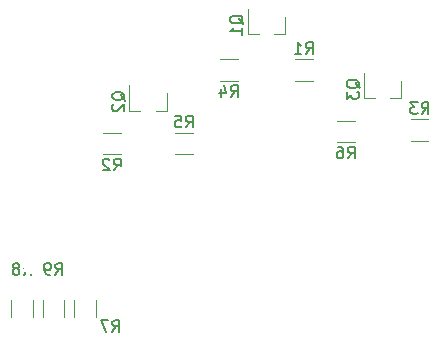
<source format=gbo>
G04 #@! TF.GenerationSoftware,KiCad,Pcbnew,(5.1.7)-1*
G04 #@! TF.CreationDate,2021-05-02T01:56:36-07:00*
G04 #@! TF.ProjectId,computer_rgb_controller,636f6d70-7574-4657-925f-7267625f636f,rev?*
G04 #@! TF.SameCoordinates,Original*
G04 #@! TF.FileFunction,Legend,Bot*
G04 #@! TF.FilePolarity,Positive*
%FSLAX46Y46*%
G04 Gerber Fmt 4.6, Leading zero omitted, Abs format (unit mm)*
G04 Created by KiCad (PCBNEW (5.1.7)-1) date 2021-05-02 01:56:36*
%MOMM*%
%LPD*%
G01*
G04 APERTURE LIST*
%ADD10C,0.120000*%
%ADD11C,0.150000*%
%ADD12C,2.200000*%
%ADD13R,2.000000X2.000000*%
%ADD14C,2.000000*%
%ADD15R,1.700000X1.700000*%
%ADD16O,1.700000X1.700000*%
%ADD17R,3.000000X3.000000*%
%ADD18C,3.000000*%
%ADD19R,0.800000X0.900000*%
%ADD20O,8.000000X2.000000*%
%ADD21C,1.200000*%
%ADD22C,1.700000*%
G04 APERTURE END LIST*
D10*
X105085000Y-47115000D02*
X104155000Y-47115000D01*
X101925000Y-47115000D02*
X102855000Y-47115000D01*
X101925000Y-47115000D02*
X101925000Y-44955000D01*
X105085000Y-47115000D02*
X105085000Y-45655000D01*
X95052000Y-53592000D02*
X95052000Y-52132000D01*
X91892000Y-53592000D02*
X91892000Y-51432000D01*
X91892000Y-53592000D02*
X92822000Y-53592000D01*
X95052000Y-53592000D02*
X94122000Y-53592000D01*
X114930000Y-52560000D02*
X114000000Y-52560000D01*
X111770000Y-52560000D02*
X112700000Y-52560000D01*
X111770000Y-52560000D02*
X111770000Y-50400000D01*
X114930000Y-52560000D02*
X114930000Y-51100000D01*
X107407064Y-49255000D02*
X105952936Y-49255000D01*
X107407064Y-51075000D02*
X105952936Y-51075000D01*
X89696936Y-55478000D02*
X91151064Y-55478000D01*
X89696936Y-57298000D02*
X91151064Y-57298000D01*
X117212064Y-56155000D02*
X115757936Y-56155000D01*
X117212064Y-54335000D02*
X115757936Y-54335000D01*
X99602936Y-49255000D02*
X101057064Y-49255000D01*
X99602936Y-51075000D02*
X101057064Y-51075000D01*
X97247064Y-55478000D02*
X95792936Y-55478000D01*
X97247064Y-57298000D02*
X95792936Y-57298000D01*
X109508936Y-56282000D02*
X110963064Y-56282000D01*
X109508936Y-54462000D02*
X110963064Y-54462000D01*
X87228000Y-69630936D02*
X87228000Y-71085064D01*
X89048000Y-69630936D02*
X89048000Y-71085064D01*
X83714000Y-69604936D02*
X83714000Y-71059064D01*
X81894000Y-69604936D02*
X81894000Y-71059064D01*
X84561000Y-69630936D02*
X84561000Y-71085064D01*
X86381000Y-69630936D02*
X86381000Y-71085064D01*
D11*
X101552619Y-46259761D02*
X101505000Y-46164523D01*
X101409761Y-46069285D01*
X101266904Y-45926428D01*
X101219285Y-45831190D01*
X101219285Y-45735952D01*
X101457380Y-45783571D02*
X101409761Y-45688333D01*
X101314523Y-45593095D01*
X101124047Y-45545476D01*
X100790714Y-45545476D01*
X100600238Y-45593095D01*
X100505000Y-45688333D01*
X100457380Y-45783571D01*
X100457380Y-45974047D01*
X100505000Y-46069285D01*
X100600238Y-46164523D01*
X100790714Y-46212142D01*
X101124047Y-46212142D01*
X101314523Y-46164523D01*
X101409761Y-46069285D01*
X101457380Y-45974047D01*
X101457380Y-45783571D01*
X101457380Y-47164523D02*
X101457380Y-46593095D01*
X101457380Y-46878809D02*
X100457380Y-46878809D01*
X100600238Y-46783571D01*
X100695476Y-46688333D01*
X100743095Y-46593095D01*
X91519619Y-52736761D02*
X91472000Y-52641523D01*
X91376761Y-52546285D01*
X91233904Y-52403428D01*
X91186285Y-52308190D01*
X91186285Y-52212952D01*
X91424380Y-52260571D02*
X91376761Y-52165333D01*
X91281523Y-52070095D01*
X91091047Y-52022476D01*
X90757714Y-52022476D01*
X90567238Y-52070095D01*
X90472000Y-52165333D01*
X90424380Y-52260571D01*
X90424380Y-52451047D01*
X90472000Y-52546285D01*
X90567238Y-52641523D01*
X90757714Y-52689142D01*
X91091047Y-52689142D01*
X91281523Y-52641523D01*
X91376761Y-52546285D01*
X91424380Y-52451047D01*
X91424380Y-52260571D01*
X90519619Y-53070095D02*
X90472000Y-53117714D01*
X90424380Y-53212952D01*
X90424380Y-53451047D01*
X90472000Y-53546285D01*
X90519619Y-53593904D01*
X90614857Y-53641523D01*
X90710095Y-53641523D01*
X90852952Y-53593904D01*
X91424380Y-53022476D01*
X91424380Y-53641523D01*
X111397619Y-51704761D02*
X111350000Y-51609523D01*
X111254761Y-51514285D01*
X111111904Y-51371428D01*
X111064285Y-51276190D01*
X111064285Y-51180952D01*
X111302380Y-51228571D02*
X111254761Y-51133333D01*
X111159523Y-51038095D01*
X110969047Y-50990476D01*
X110635714Y-50990476D01*
X110445238Y-51038095D01*
X110350000Y-51133333D01*
X110302380Y-51228571D01*
X110302380Y-51419047D01*
X110350000Y-51514285D01*
X110445238Y-51609523D01*
X110635714Y-51657142D01*
X110969047Y-51657142D01*
X111159523Y-51609523D01*
X111254761Y-51514285D01*
X111302380Y-51419047D01*
X111302380Y-51228571D01*
X110302380Y-51990476D02*
X110302380Y-52609523D01*
X110683333Y-52276190D01*
X110683333Y-52419047D01*
X110730952Y-52514285D01*
X110778571Y-52561904D01*
X110873809Y-52609523D01*
X111111904Y-52609523D01*
X111207142Y-52561904D01*
X111254761Y-52514285D01*
X111302380Y-52419047D01*
X111302380Y-52133333D01*
X111254761Y-52038095D01*
X111207142Y-51990476D01*
X106846666Y-48797380D02*
X107180000Y-48321190D01*
X107418095Y-48797380D02*
X107418095Y-47797380D01*
X107037142Y-47797380D01*
X106941904Y-47845000D01*
X106894285Y-47892619D01*
X106846666Y-47987857D01*
X106846666Y-48130714D01*
X106894285Y-48225952D01*
X106941904Y-48273571D01*
X107037142Y-48321190D01*
X107418095Y-48321190D01*
X105894285Y-48797380D02*
X106465714Y-48797380D01*
X106180000Y-48797380D02*
X106180000Y-47797380D01*
X106275238Y-47940238D01*
X106370476Y-48035476D01*
X106465714Y-48083095D01*
X90590666Y-58660380D02*
X90924000Y-58184190D01*
X91162095Y-58660380D02*
X91162095Y-57660380D01*
X90781142Y-57660380D01*
X90685904Y-57708000D01*
X90638285Y-57755619D01*
X90590666Y-57850857D01*
X90590666Y-57993714D01*
X90638285Y-58088952D01*
X90685904Y-58136571D01*
X90781142Y-58184190D01*
X91162095Y-58184190D01*
X90209714Y-57755619D02*
X90162095Y-57708000D01*
X90066857Y-57660380D01*
X89828761Y-57660380D01*
X89733523Y-57708000D01*
X89685904Y-57755619D01*
X89638285Y-57850857D01*
X89638285Y-57946095D01*
X89685904Y-58088952D01*
X90257333Y-58660380D01*
X89638285Y-58660380D01*
X116651666Y-53877380D02*
X116985000Y-53401190D01*
X117223095Y-53877380D02*
X117223095Y-52877380D01*
X116842142Y-52877380D01*
X116746904Y-52925000D01*
X116699285Y-52972619D01*
X116651666Y-53067857D01*
X116651666Y-53210714D01*
X116699285Y-53305952D01*
X116746904Y-53353571D01*
X116842142Y-53401190D01*
X117223095Y-53401190D01*
X116318333Y-52877380D02*
X115699285Y-52877380D01*
X116032619Y-53258333D01*
X115889761Y-53258333D01*
X115794523Y-53305952D01*
X115746904Y-53353571D01*
X115699285Y-53448809D01*
X115699285Y-53686904D01*
X115746904Y-53782142D01*
X115794523Y-53829761D01*
X115889761Y-53877380D01*
X116175476Y-53877380D01*
X116270714Y-53829761D01*
X116318333Y-53782142D01*
X100496666Y-52437380D02*
X100830000Y-51961190D01*
X101068095Y-52437380D02*
X101068095Y-51437380D01*
X100687142Y-51437380D01*
X100591904Y-51485000D01*
X100544285Y-51532619D01*
X100496666Y-51627857D01*
X100496666Y-51770714D01*
X100544285Y-51865952D01*
X100591904Y-51913571D01*
X100687142Y-51961190D01*
X101068095Y-51961190D01*
X99639523Y-51770714D02*
X99639523Y-52437380D01*
X99877619Y-51389761D02*
X100115714Y-52104047D01*
X99496666Y-52104047D01*
X96686666Y-55020380D02*
X97020000Y-54544190D01*
X97258095Y-55020380D02*
X97258095Y-54020380D01*
X96877142Y-54020380D01*
X96781904Y-54068000D01*
X96734285Y-54115619D01*
X96686666Y-54210857D01*
X96686666Y-54353714D01*
X96734285Y-54448952D01*
X96781904Y-54496571D01*
X96877142Y-54544190D01*
X97258095Y-54544190D01*
X95781904Y-54020380D02*
X96258095Y-54020380D01*
X96305714Y-54496571D01*
X96258095Y-54448952D01*
X96162857Y-54401333D01*
X95924761Y-54401333D01*
X95829523Y-54448952D01*
X95781904Y-54496571D01*
X95734285Y-54591809D01*
X95734285Y-54829904D01*
X95781904Y-54925142D01*
X95829523Y-54972761D01*
X95924761Y-55020380D01*
X96162857Y-55020380D01*
X96258095Y-54972761D01*
X96305714Y-54925142D01*
X110402666Y-57644380D02*
X110736000Y-57168190D01*
X110974095Y-57644380D02*
X110974095Y-56644380D01*
X110593142Y-56644380D01*
X110497904Y-56692000D01*
X110450285Y-56739619D01*
X110402666Y-56834857D01*
X110402666Y-56977714D01*
X110450285Y-57072952D01*
X110497904Y-57120571D01*
X110593142Y-57168190D01*
X110974095Y-57168190D01*
X109545523Y-56644380D02*
X109736000Y-56644380D01*
X109831238Y-56692000D01*
X109878857Y-56739619D01*
X109974095Y-56882476D01*
X110021714Y-57072952D01*
X110021714Y-57453904D01*
X109974095Y-57549142D01*
X109926476Y-57596761D01*
X109831238Y-57644380D01*
X109640761Y-57644380D01*
X109545523Y-57596761D01*
X109497904Y-57549142D01*
X109450285Y-57453904D01*
X109450285Y-57215809D01*
X109497904Y-57120571D01*
X109545523Y-57072952D01*
X109640761Y-57025333D01*
X109831238Y-57025333D01*
X109926476Y-57072952D01*
X109974095Y-57120571D01*
X110021714Y-57215809D01*
X90463666Y-72334380D02*
X90797000Y-71858190D01*
X91035095Y-72334380D02*
X91035095Y-71334380D01*
X90654142Y-71334380D01*
X90558904Y-71382000D01*
X90511285Y-71429619D01*
X90463666Y-71524857D01*
X90463666Y-71667714D01*
X90511285Y-71762952D01*
X90558904Y-71810571D01*
X90654142Y-71858190D01*
X91035095Y-71858190D01*
X90130333Y-71334380D02*
X89463666Y-71334380D01*
X89892238Y-72334380D01*
X82970666Y-67508380D02*
X83304000Y-67032190D01*
X83542095Y-67508380D02*
X83542095Y-66508380D01*
X83161142Y-66508380D01*
X83065904Y-66556000D01*
X83018285Y-66603619D01*
X82970666Y-66698857D01*
X82970666Y-66841714D01*
X83018285Y-66936952D01*
X83065904Y-66984571D01*
X83161142Y-67032190D01*
X83542095Y-67032190D01*
X82399238Y-66936952D02*
X82494476Y-66889333D01*
X82542095Y-66841714D01*
X82589714Y-66746476D01*
X82589714Y-66698857D01*
X82542095Y-66603619D01*
X82494476Y-66556000D01*
X82399238Y-66508380D01*
X82208761Y-66508380D01*
X82113523Y-66556000D01*
X82065904Y-66603619D01*
X82018285Y-66698857D01*
X82018285Y-66746476D01*
X82065904Y-66841714D01*
X82113523Y-66889333D01*
X82208761Y-66936952D01*
X82399238Y-66936952D01*
X82494476Y-66984571D01*
X82542095Y-67032190D01*
X82589714Y-67127428D01*
X82589714Y-67317904D01*
X82542095Y-67413142D01*
X82494476Y-67460761D01*
X82399238Y-67508380D01*
X82208761Y-67508380D01*
X82113523Y-67460761D01*
X82065904Y-67413142D01*
X82018285Y-67317904D01*
X82018285Y-67127428D01*
X82065904Y-67032190D01*
X82113523Y-66984571D01*
X82208761Y-66936952D01*
X85637666Y-67508380D02*
X85971000Y-67032190D01*
X86209095Y-67508380D02*
X86209095Y-66508380D01*
X85828142Y-66508380D01*
X85732904Y-66556000D01*
X85685285Y-66603619D01*
X85637666Y-66698857D01*
X85637666Y-66841714D01*
X85685285Y-66936952D01*
X85732904Y-66984571D01*
X85828142Y-67032190D01*
X86209095Y-67032190D01*
X85161476Y-67508380D02*
X84971000Y-67508380D01*
X84875761Y-67460761D01*
X84828142Y-67413142D01*
X84732904Y-67270285D01*
X84685285Y-67079809D01*
X84685285Y-66698857D01*
X84732904Y-66603619D01*
X84780523Y-66556000D01*
X84875761Y-66508380D01*
X85066238Y-66508380D01*
X85161476Y-66556000D01*
X85209095Y-66603619D01*
X85256714Y-66698857D01*
X85256714Y-66936952D01*
X85209095Y-67032190D01*
X85161476Y-67079809D01*
X85066238Y-67127428D01*
X84875761Y-67127428D01*
X84780523Y-67079809D01*
X84732904Y-67032190D01*
X84685285Y-66936952D01*
%LPC*%
D12*
X154940000Y-70866000D03*
X154940000Y-36830000D03*
X80010000Y-36830000D03*
D13*
X123190000Y-63500000D03*
D14*
X123190000Y-68500000D03*
D13*
X148590000Y-63500000D03*
D14*
X148590000Y-68500000D03*
X135890000Y-68500000D03*
D13*
X135890000Y-63500000D03*
D15*
X106680000Y-64008000D03*
D16*
X106680000Y-66548000D03*
X106680000Y-69088000D03*
X106680000Y-71628000D03*
D15*
X113030000Y-71628000D03*
D16*
X113030000Y-69088000D03*
X113030000Y-66548000D03*
X113030000Y-64008000D03*
D15*
X100330000Y-66548000D03*
D16*
X100330000Y-69088000D03*
X100330000Y-71628000D03*
D17*
X130810000Y-40640000D03*
D18*
X125730000Y-40640000D03*
D19*
X102555000Y-45355000D03*
X104455000Y-45355000D03*
X103505000Y-47355000D03*
X93472000Y-53832000D03*
X94422000Y-51832000D03*
X92522000Y-51832000D03*
X112400000Y-50800000D03*
X114300000Y-50800000D03*
X113350000Y-52800000D03*
G36*
G01*
X108880000Y-49539999D02*
X108880000Y-50790001D01*
G75*
G02*
X108630001Y-51040000I-249999J0D01*
G01*
X107829999Y-51040000D01*
G75*
G02*
X107580000Y-50790001I0J249999D01*
G01*
X107580000Y-49539999D01*
G75*
G02*
X107829999Y-49290000I249999J0D01*
G01*
X108630001Y-49290000D01*
G75*
G02*
X108880000Y-49539999I0J-249999D01*
G01*
G37*
G36*
G01*
X105780000Y-49539999D02*
X105780000Y-50790001D01*
G75*
G02*
X105530001Y-51040000I-249999J0D01*
G01*
X104729999Y-51040000D01*
G75*
G02*
X104480000Y-50790001I0J249999D01*
G01*
X104480000Y-49539999D01*
G75*
G02*
X104729999Y-49290000I249999J0D01*
G01*
X105530001Y-49290000D01*
G75*
G02*
X105780000Y-49539999I0J-249999D01*
G01*
G37*
G36*
G01*
X91324000Y-57013001D02*
X91324000Y-55762999D01*
G75*
G02*
X91573999Y-55513000I249999J0D01*
G01*
X92374001Y-55513000D01*
G75*
G02*
X92624000Y-55762999I0J-249999D01*
G01*
X92624000Y-57013001D01*
G75*
G02*
X92374001Y-57263000I-249999J0D01*
G01*
X91573999Y-57263000D01*
G75*
G02*
X91324000Y-57013001I0J249999D01*
G01*
G37*
G36*
G01*
X88224000Y-57013001D02*
X88224000Y-55762999D01*
G75*
G02*
X88473999Y-55513000I249999J0D01*
G01*
X89274001Y-55513000D01*
G75*
G02*
X89524000Y-55762999I0J-249999D01*
G01*
X89524000Y-57013001D01*
G75*
G02*
X89274001Y-57263000I-249999J0D01*
G01*
X88473999Y-57263000D01*
G75*
G02*
X88224000Y-57013001I0J249999D01*
G01*
G37*
G36*
G01*
X115585000Y-54619999D02*
X115585000Y-55870001D01*
G75*
G02*
X115335001Y-56120000I-249999J0D01*
G01*
X114534999Y-56120000D01*
G75*
G02*
X114285000Y-55870001I0J249999D01*
G01*
X114285000Y-54619999D01*
G75*
G02*
X114534999Y-54370000I249999J0D01*
G01*
X115335001Y-54370000D01*
G75*
G02*
X115585000Y-54619999I0J-249999D01*
G01*
G37*
G36*
G01*
X118685000Y-54619999D02*
X118685000Y-55870001D01*
G75*
G02*
X118435001Y-56120000I-249999J0D01*
G01*
X117634999Y-56120000D01*
G75*
G02*
X117385000Y-55870001I0J249999D01*
G01*
X117385000Y-54619999D01*
G75*
G02*
X117634999Y-54370000I249999J0D01*
G01*
X118435001Y-54370000D01*
G75*
G02*
X118685000Y-54619999I0J-249999D01*
G01*
G37*
G36*
G01*
X101230000Y-50790001D02*
X101230000Y-49539999D01*
G75*
G02*
X101479999Y-49290000I249999J0D01*
G01*
X102280001Y-49290000D01*
G75*
G02*
X102530000Y-49539999I0J-249999D01*
G01*
X102530000Y-50790001D01*
G75*
G02*
X102280001Y-51040000I-249999J0D01*
G01*
X101479999Y-51040000D01*
G75*
G02*
X101230000Y-50790001I0J249999D01*
G01*
G37*
G36*
G01*
X98130000Y-50790001D02*
X98130000Y-49539999D01*
G75*
G02*
X98379999Y-49290000I249999J0D01*
G01*
X99180001Y-49290000D01*
G75*
G02*
X99430000Y-49539999I0J-249999D01*
G01*
X99430000Y-50790001D01*
G75*
G02*
X99180001Y-51040000I-249999J0D01*
G01*
X98379999Y-51040000D01*
G75*
G02*
X98130000Y-50790001I0J249999D01*
G01*
G37*
G36*
G01*
X98720000Y-55762999D02*
X98720000Y-57013001D01*
G75*
G02*
X98470001Y-57263000I-249999J0D01*
G01*
X97669999Y-57263000D01*
G75*
G02*
X97420000Y-57013001I0J249999D01*
G01*
X97420000Y-55762999D01*
G75*
G02*
X97669999Y-55513000I249999J0D01*
G01*
X98470001Y-55513000D01*
G75*
G02*
X98720000Y-55762999I0J-249999D01*
G01*
G37*
G36*
G01*
X95620000Y-55762999D02*
X95620000Y-57013001D01*
G75*
G02*
X95370001Y-57263000I-249999J0D01*
G01*
X94569999Y-57263000D01*
G75*
G02*
X94320000Y-57013001I0J249999D01*
G01*
X94320000Y-55762999D01*
G75*
G02*
X94569999Y-55513000I249999J0D01*
G01*
X95370001Y-55513000D01*
G75*
G02*
X95620000Y-55762999I0J-249999D01*
G01*
G37*
G36*
G01*
X108036000Y-55997001D02*
X108036000Y-54746999D01*
G75*
G02*
X108285999Y-54497000I249999J0D01*
G01*
X109086001Y-54497000D01*
G75*
G02*
X109336000Y-54746999I0J-249999D01*
G01*
X109336000Y-55997001D01*
G75*
G02*
X109086001Y-56247000I-249999J0D01*
G01*
X108285999Y-56247000D01*
G75*
G02*
X108036000Y-55997001I0J249999D01*
G01*
G37*
G36*
G01*
X111136000Y-55997001D02*
X111136000Y-54746999D01*
G75*
G02*
X111385999Y-54497000I249999J0D01*
G01*
X112186001Y-54497000D01*
G75*
G02*
X112436000Y-54746999I0J-249999D01*
G01*
X112436000Y-55997001D01*
G75*
G02*
X112186001Y-56247000I-249999J0D01*
G01*
X111385999Y-56247000D01*
G75*
G02*
X111136000Y-55997001I0J249999D01*
G01*
G37*
G36*
G01*
X87512999Y-68158000D02*
X88763001Y-68158000D01*
G75*
G02*
X89013000Y-68407999I0J-249999D01*
G01*
X89013000Y-69208001D01*
G75*
G02*
X88763001Y-69458000I-249999J0D01*
G01*
X87512999Y-69458000D01*
G75*
G02*
X87263000Y-69208001I0J249999D01*
G01*
X87263000Y-68407999D01*
G75*
G02*
X87512999Y-68158000I249999J0D01*
G01*
G37*
G36*
G01*
X87512999Y-71258000D02*
X88763001Y-71258000D01*
G75*
G02*
X89013000Y-71507999I0J-249999D01*
G01*
X89013000Y-72308001D01*
G75*
G02*
X88763001Y-72558000I-249999J0D01*
G01*
X87512999Y-72558000D01*
G75*
G02*
X87263000Y-72308001I0J249999D01*
G01*
X87263000Y-71507999D01*
G75*
G02*
X87512999Y-71258000I249999J0D01*
G01*
G37*
G36*
G01*
X82178999Y-71232000D02*
X83429001Y-71232000D01*
G75*
G02*
X83679000Y-71481999I0J-249999D01*
G01*
X83679000Y-72282001D01*
G75*
G02*
X83429001Y-72532000I-249999J0D01*
G01*
X82178999Y-72532000D01*
G75*
G02*
X81929000Y-72282001I0J249999D01*
G01*
X81929000Y-71481999D01*
G75*
G02*
X82178999Y-71232000I249999J0D01*
G01*
G37*
G36*
G01*
X82178999Y-68132000D02*
X83429001Y-68132000D01*
G75*
G02*
X83679000Y-68381999I0J-249999D01*
G01*
X83679000Y-69182001D01*
G75*
G02*
X83429001Y-69432000I-249999J0D01*
G01*
X82178999Y-69432000D01*
G75*
G02*
X81929000Y-69182001I0J249999D01*
G01*
X81929000Y-68381999D01*
G75*
G02*
X82178999Y-68132000I249999J0D01*
G01*
G37*
G36*
G01*
X84845999Y-68158000D02*
X86096001Y-68158000D01*
G75*
G02*
X86346000Y-68407999I0J-249999D01*
G01*
X86346000Y-69208001D01*
G75*
G02*
X86096001Y-69458000I-249999J0D01*
G01*
X84845999Y-69458000D01*
G75*
G02*
X84596000Y-69208001I0J249999D01*
G01*
X84596000Y-68407999D01*
G75*
G02*
X84845999Y-68158000I249999J0D01*
G01*
G37*
G36*
G01*
X84845999Y-71258000D02*
X86096001Y-71258000D01*
G75*
G02*
X86346000Y-71507999I0J-249999D01*
G01*
X86346000Y-72308001D01*
G75*
G02*
X86096001Y-72558000I-249999J0D01*
G01*
X84845999Y-72558000D01*
G75*
G02*
X84596000Y-72308001I0J249999D01*
G01*
X84596000Y-71507999D01*
G75*
G02*
X84845999Y-71258000I249999J0D01*
G01*
G37*
D20*
X143510000Y-48006000D03*
X143510000Y-40894000D03*
D21*
X81026000Y-58928000D03*
X83566000Y-58928000D03*
X86106000Y-58928000D03*
X88646000Y-58928000D03*
X91186000Y-38608000D03*
X91186000Y-58928000D03*
X93726000Y-38608000D03*
X93726000Y-58928000D03*
X96266000Y-38608000D03*
X96266000Y-58928000D03*
X98806000Y-38608000D03*
X98806000Y-58928000D03*
X101346000Y-38608000D03*
X101346000Y-58928000D03*
X103886000Y-38608000D03*
X103886000Y-58928000D03*
X106426000Y-38608000D03*
X106426000Y-58928000D03*
X108966000Y-38608000D03*
X108966000Y-58928000D03*
X111506000Y-38608000D03*
X111506000Y-58928000D03*
X114046000Y-38608000D03*
X114046000Y-58928000D03*
X116586000Y-38608000D03*
X116586000Y-58928000D03*
X119126000Y-38608000D03*
X119126000Y-58928000D03*
D22*
X83745000Y-66675000D03*
X90745000Y-66675000D03*
M02*

</source>
